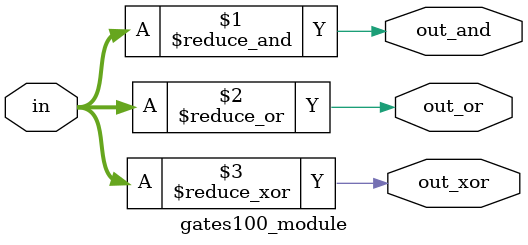
<source format=v>
module gates100_module( 
   input [99:0] in,
   output out_and,
   output out_or,
   output out_xor 
);
   assign out_and = & in[99:0];
   assign out_or = | in[99:0];
   assign out_xor = ^ in[99:0];
endmodule 
</source>
